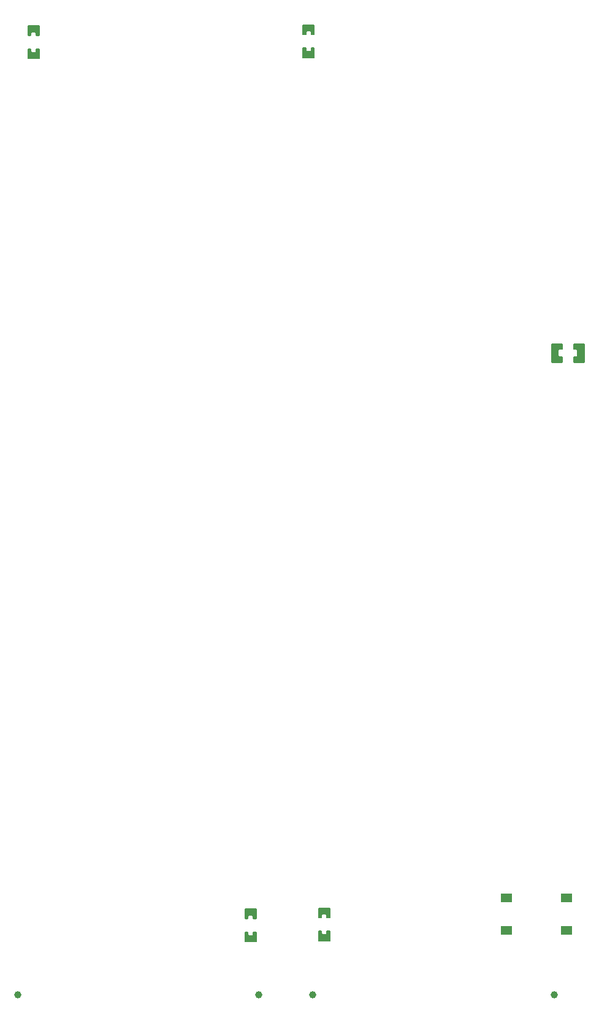
<source format=gtp>
G04 Layer: TopPasteMaskLayer*
G04 EasyEDA v6.5.22, 2023-03-19 17:06:58*
G04 335dbd9ce43f406c9e30b40db76e6e78,a2f4cb7aa3704937908c5b59a0d1150c,10*
G04 Gerber Generator version 0.2*
G04 Scale: 100 percent, Rotated: No, Reflected: No *
G04 Dimensions in millimeters *
G04 leading zeros omitted , absolute positions ,4 integer and 5 decimal *
%FSLAX45Y45*%
%MOMM*%

%ADD10C,1.0000*%
%ADD11R,1.5499X1.3000*%

%LPD*%
G36*
X8856980Y71526D02*
G01*
X8847023Y61518D01*
X8847023Y-188518D01*
X8856980Y-198526D01*
X9000490Y-198526D01*
X9010497Y-188518D01*
X9010497Y-119380D01*
X9000490Y-109423D01*
X8964930Y-109423D01*
X8954922Y-99415D01*
X8954922Y-27584D01*
X8964930Y-17576D01*
X9000490Y-17576D01*
X9010497Y-7620D01*
X9010497Y61518D01*
X9000490Y71526D01*
G37*
G36*
X9160510Y71526D02*
G01*
X9150502Y61518D01*
X9150502Y-7620D01*
X9160510Y-17576D01*
X9196070Y-17576D01*
X9206077Y-27584D01*
X9206077Y-99415D01*
X9196070Y-109423D01*
X9160510Y-109423D01*
X9150502Y-119380D01*
X9150502Y-188518D01*
X9160510Y-198526D01*
X9304020Y-198526D01*
X9313976Y-188518D01*
X9313976Y61518D01*
X9304020Y71526D01*
G37*
G36*
X1625396Y4144111D02*
G01*
X1615389Y4134104D01*
X1615389Y4005579D01*
X1625396Y3995623D01*
X1778203Y3995623D01*
X1788210Y4005579D01*
X1788210Y4134104D01*
X1778203Y4144111D01*
X1741170Y4144111D01*
X1731162Y4134104D01*
X1731162Y4103624D01*
X1721154Y4093616D01*
X1682445Y4093616D01*
X1672437Y4103624D01*
X1672437Y4134104D01*
X1662430Y4144111D01*
G37*
G36*
X1625396Y4462576D02*
G01*
X1615389Y4452620D01*
X1615389Y4324096D01*
X1625396Y4314088D01*
X1662430Y4314088D01*
X1672437Y4324096D01*
X1672437Y4354576D01*
X1682445Y4364583D01*
X1721154Y4364583D01*
X1731162Y4354576D01*
X1731162Y4324096D01*
X1741170Y4314088D01*
X1778203Y4314088D01*
X1788210Y4324096D01*
X1788210Y4452620D01*
X1778203Y4462576D01*
G37*
G36*
X5422696Y4156811D02*
G01*
X5412689Y4146804D01*
X5412689Y4018279D01*
X5422696Y4008323D01*
X5575503Y4008323D01*
X5585510Y4018279D01*
X5585510Y4146804D01*
X5575503Y4156811D01*
X5538470Y4156811D01*
X5528462Y4146804D01*
X5528462Y4116324D01*
X5518454Y4106316D01*
X5479745Y4106316D01*
X5469737Y4116324D01*
X5469737Y4146804D01*
X5459730Y4156811D01*
G37*
G36*
X5422696Y4475276D02*
G01*
X5412689Y4465320D01*
X5412689Y4336796D01*
X5422696Y4326788D01*
X5459730Y4326788D01*
X5469737Y4336796D01*
X5469737Y4367276D01*
X5479745Y4377283D01*
X5518454Y4377283D01*
X5528462Y4367276D01*
X5528462Y4336796D01*
X5538470Y4326788D01*
X5575503Y4326788D01*
X5585510Y4336796D01*
X5585510Y4465320D01*
X5575503Y4475276D01*
G37*
G36*
X5638596Y-8035188D02*
G01*
X5628589Y-8045196D01*
X5628589Y-8173720D01*
X5638596Y-8183676D01*
X5791403Y-8183676D01*
X5801410Y-8173720D01*
X5801410Y-8045196D01*
X5791403Y-8035188D01*
X5754370Y-8035188D01*
X5744362Y-8045196D01*
X5744362Y-8075675D01*
X5734354Y-8085683D01*
X5695645Y-8085683D01*
X5685637Y-8075675D01*
X5685637Y-8045196D01*
X5675630Y-8035188D01*
G37*
G36*
X5638596Y-7716723D02*
G01*
X5628589Y-7726680D01*
X5628589Y-7855203D01*
X5638596Y-7865211D01*
X5675630Y-7865211D01*
X5685637Y-7855203D01*
X5685637Y-7824724D01*
X5695645Y-7814716D01*
X5734354Y-7814716D01*
X5744362Y-7824724D01*
X5744362Y-7855203D01*
X5754370Y-7865211D01*
X5791403Y-7865211D01*
X5801410Y-7855203D01*
X5801410Y-7726680D01*
X5791403Y-7716723D01*
G37*
G36*
X4622596Y-8047888D02*
G01*
X4612589Y-8057896D01*
X4612589Y-8186420D01*
X4622596Y-8196376D01*
X4775403Y-8196376D01*
X4785410Y-8186420D01*
X4785410Y-8057896D01*
X4775403Y-8047888D01*
X4738370Y-8047888D01*
X4728362Y-8057896D01*
X4728362Y-8088375D01*
X4718354Y-8098383D01*
X4679645Y-8098383D01*
X4669637Y-8088375D01*
X4669637Y-8057896D01*
X4659630Y-8047888D01*
G37*
G36*
X4622596Y-7729423D02*
G01*
X4612589Y-7739380D01*
X4612589Y-7867903D01*
X4622596Y-7877911D01*
X4659630Y-7877911D01*
X4669637Y-7867903D01*
X4669637Y-7837424D01*
X4679645Y-7827416D01*
X4718354Y-7827416D01*
X4728362Y-7837424D01*
X4728362Y-7867903D01*
X4738370Y-7877911D01*
X4775403Y-7877911D01*
X4785410Y-7867903D01*
X4785410Y-7739380D01*
X4775403Y-7729423D01*
G37*
D10*
G01*
X5559983Y-8924874D03*
G01*
X8889898Y-8925407D03*
G01*
X4814900Y-8925407D03*
G01*
X1484960Y-8924899D03*
D11*
G01*
X8233689Y-7585506D03*
G01*
X9063710Y-7585506D03*
G01*
X8233689Y-8035493D03*
G01*
X9063710Y-8035493D03*
M02*

</source>
